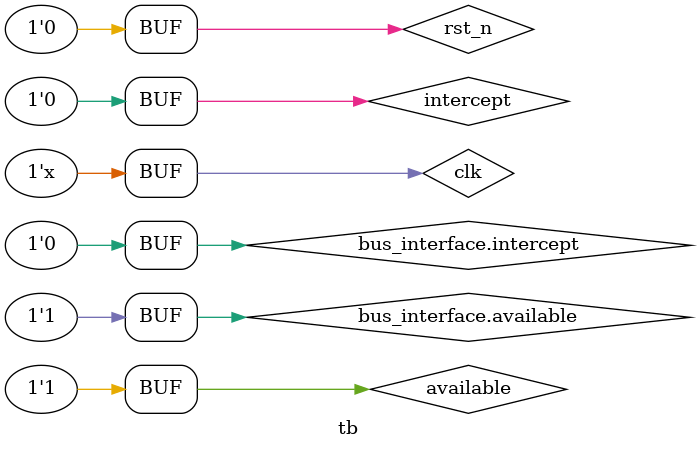
<source format=sv>
`include "../system/arilla_bus_if.svh"

module tb ();

    reg clk = 1'b1;
    reg rst_n = 1'b0;
    reg available = 1'b1;
    reg intercept = 1'b0;

    arilla_bus_if bus_interface ();

    rv_core rv_core (
        .clk(clk),
        .rst_n(rst_n),
        .bus_interface(bus_interface)
    );

    memory #(
        .BaseAddress(32'h0)
    ) memory (
        .clk(clk),
        .rst_n(rst_n),
        .bus_interface(bus_interface)
    );

    assign bus_interface.available = available;
    assign bus_interface.intercept = intercept;

    always #50 clk = !clk;

endmodule

</source>
